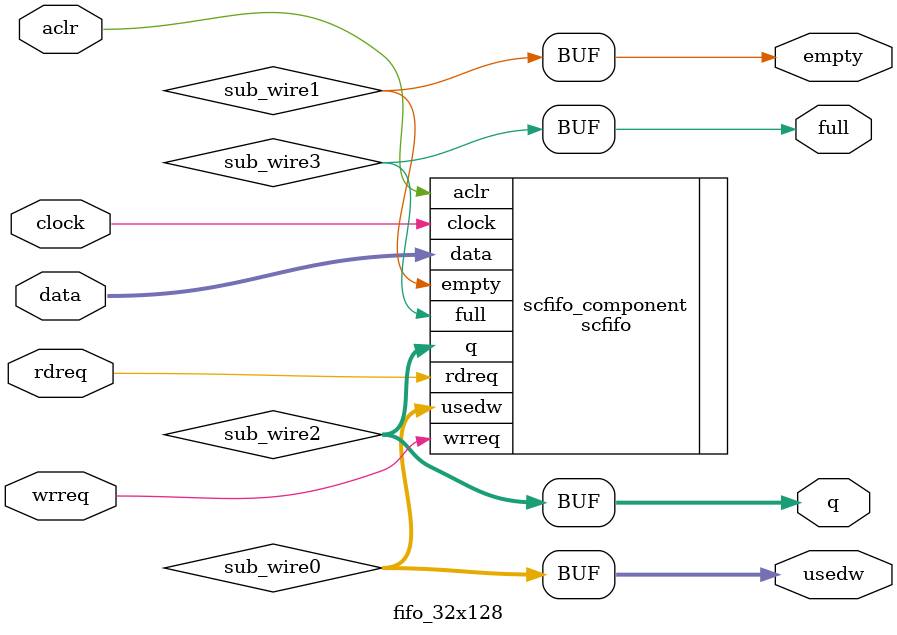
<source format=v>
module fifo_32x128 (
	data,
	wrreq,
	rdreq,
	clock,
	aclr,
	q,
	full,
	empty,
	usedw);
	input	[31:0]  data;
	input	  wrreq;
	input	  rdreq;
	input	  clock;
	input	  aclr;
	output	[31:0]  q;
	output	  full;
	output	  empty;
	output	[6:0]  usedw;
	wire [6:0] sub_wire0;
	wire  sub_wire1;
	wire [31:0] sub_wire2;
	wire  sub_wire3;
	wire [6:0] usedw = sub_wire0[6:0];
	wire  empty = sub_wire1;
	wire [31:0] q = sub_wire2[31:0];
	wire  full = sub_wire3;
	scfifo	scfifo_component (
				.rdreq (rdreq),
				.aclr (aclr),
				.clock (clock),
				.wrreq (wrreq),
				.data (data),
				.usedw (sub_wire0),
				.empty (sub_wire1),
				.q (sub_wire2),
				.full (sub_wire3)
				// synopsys translate_off
				,
				.almost_empty (),
				.almost_full (),
				.sclr ()
				// synopsys translate_on
				);
	defparam
		scfifo_component.lpm_width = 32,
		scfifo_component.lpm_numwords = 128,
		scfifo_component.lpm_widthu = 7,
		scfifo_component.intended_device_family = "Cyclone II",
		scfifo_component.lpm_type = "scfifo",
		scfifo_component.lpm_showahead = "OFF",
		scfifo_component.overflow_checking = "ON",
		scfifo_component.underflow_checking = "ON",
		scfifo_component.use_eab = "ON",
		scfifo_component.add_ram_output_register = "ON";
endmodule
</source>
